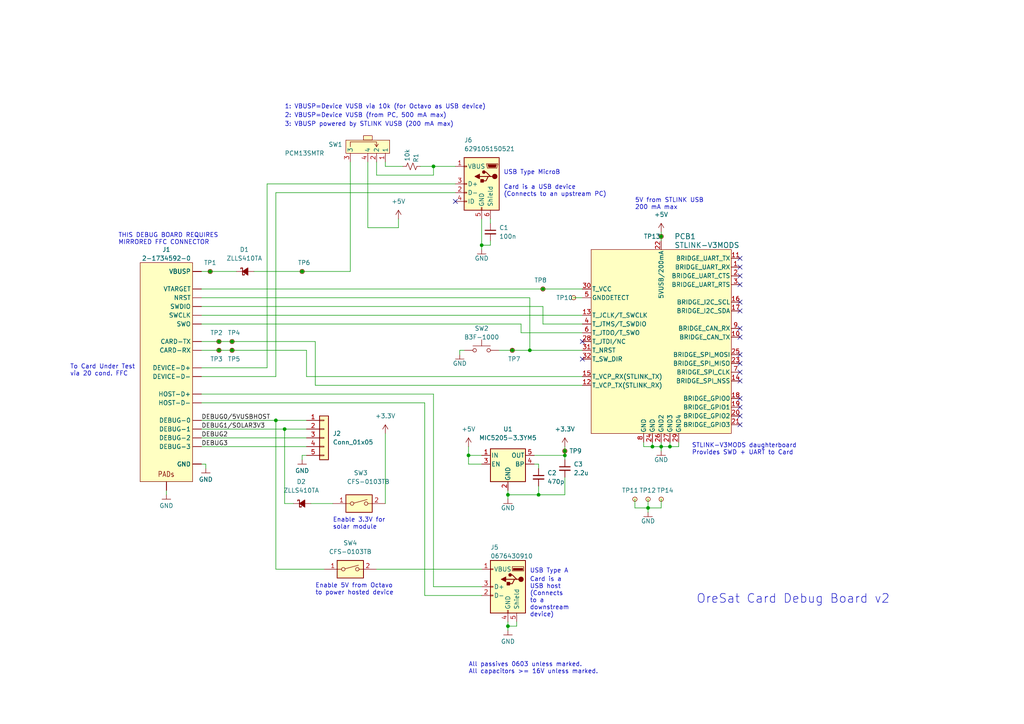
<source format=kicad_sch>
(kicad_sch (version 20211123) (generator eeschema)
  (paper "A4")
  (lib_symbols
    (symbol "Connector:USB_A" (pin_names (offset 1.016))
      (property "Reference" "J" (at -5.08 11.43 0))
      (property "Value" "USB_A" (at -5.08 8.89 0))
      (symbol "USB_A_0_1"
        (rectangle (start -5.08 -7.62) (end 5.08 7.62) (stroke (width 0.254)) (fill (type background)))
        (circle (center -3.81 2.159) (radius 0.635) (stroke (width 0.254)) (fill (type outline)))
        (rectangle (start -1.524 4.826) (end -4.318 5.334) (fill (type outline)))
        (rectangle (start -1.27 4.572) (end -4.572 5.842))
        (circle (center -0.635 3.429) (radius 0.381) (stroke (width 0.254)) (fill (type outline)))
        (rectangle (start -0.127 -7.62) (end 0.127 -6.858))
        (polyline (pts (xy -3.175 2.159) (xy -2.54 2.159) (xy -1.27 3.429) (xy -0.635 3.429)) (stroke (width 0.254)))
        (polyline (pts (xy -2.54 2.159) (xy -1.905 2.159) (xy -1.27 0.889) (xy 0 0.889)) (stroke (width 0.254)))
        (polyline (pts (xy 0.635 2.794) (xy 0.635 1.524) (xy 1.905 2.159) (xy 0.635 2.794)) (stroke (width 0.254)) (fill (type outline)))
        (rectangle (start 0.254 1.27) (end -0.508 0.508) (stroke (width 0.254)) (fill (type outline)))
        (rectangle (start 5.08 -2.667) (end 4.318 -2.413))
        (rectangle (start 5.08 -0.127) (end 4.318 0.127))
        (rectangle (start 5.08 4.953) (end 4.318 5.207))
      )
      (symbol "USB_A_1_1"
        (polyline (pts (xy -1.905 2.159) (xy 0.635 2.159)) (stroke (width 0.254)))
        (pin power_in line (at 7.62 5.08 180) (length 2.54) (name "VBUS") (number "1"))
        (pin bidirectional line (at 7.62 -2.54 180) (length 2.54) (name "D-") (number "2"))
        (pin bidirectional line (at 7.62 0 180) (length 2.54) (name "D+") (number "3"))
        (pin power_in line (at 0 -10.16 90) (length 2.54) (name "GND") (number "4"))
        (pin passive line (at -2.54 -10.16 90) (length 2.54) (name "Shield") (number "5"))
      )
    )
    (symbol "Connector:USB_B_Micro" (pin_names (offset 1.016))
      (property "Reference" "J" (at -5.08 11.43 0))
      (property "Value" "USB_B_Micro" (at -5.08 8.89 0))
      (symbol "USB_B_Micro_0_1"
        (rectangle (start -5.08 -7.62) (end 5.08 7.62) (stroke (width 0.254)) (fill (type background)))
        (circle (center -3.81 2.159) (radius 0.635) (stroke (width 0.254)) (fill (type outline)))
        (circle (center -0.635 3.429) (radius 0.381) (stroke (width 0.254)) (fill (type outline)))
        (rectangle (start -0.127 -7.62) (end 0.127 -6.858))
        (polyline (pts (xy -1.905 2.159) (xy 0.635 2.159)) (stroke (width 0.254)))
        (polyline (pts (xy -3.175 2.159) (xy -2.54 2.159) (xy -1.27 3.429) (xy -0.635 3.429)) (stroke (width 0.254)))
        (polyline (pts (xy -2.54 2.159) (xy -1.905 2.159) (xy -1.27 0.889) (xy 0 0.889)) (stroke (width 0.254)))
        (polyline (pts (xy 0.635 2.794) (xy 0.635 1.524) (xy 1.905 2.159) (xy 0.635 2.794)) (stroke (width 0.254)) (fill (type outline)))
        (polyline (pts (xy -4.318 5.588) (xy -1.778 5.588) (xy -2.032 4.826) (xy -4.064 4.826) (xy -4.318 5.588)) (fill (type outline)))
        (polyline (pts (xy -4.699 5.842) (xy -4.699 5.588) (xy -4.445 4.826) (xy -4.445 4.572) (xy -1.651 4.572) (xy -1.651 4.826) (xy -1.397 5.588) (xy -1.397 5.842) (xy -4.699 5.842)))
        (rectangle (start 0.254 1.27) (end -0.508 0.508) (stroke (width 0.254)) (fill (type outline)))
        (rectangle (start 5.08 -5.207) (end 4.318 -4.953))
        (rectangle (start 5.08 -2.667) (end 4.318 -2.413))
        (rectangle (start 5.08 -0.127) (end 4.318 0.127))
        (rectangle (start 5.08 4.953) (end 4.318 5.207))
      )
      (symbol "USB_B_Micro_1_1"
        (pin power_out line (at 7.62 5.08 180) (length 2.54) (name "VBUS") (number "1"))
        (pin bidirectional line (at 7.62 -2.54 180) (length 2.54) (name "D-") (number "2"))
        (pin bidirectional line (at 7.62 0 180) (length 2.54) (name "D+") (number "3"))
        (pin passive line (at 7.62 -5.08 180) (length 2.54) (name "ID") (number "4"))
        (pin power_out line (at 0 -10.16 90) (length 2.54) (name "GND") (number "5"))
        (pin passive line (at -2.54 -10.16 90) (length 2.54) (name "Shield") (number "6"))
      )
    )
    (symbol "Connector_Generic:Conn_01x05" (pin_names (offset 1.016) hide)
      (property "Reference" "J" (at 0 7.62 0))
      (property "Value" "Conn_01x05" (at 0 -7.62 0))
      (symbol "Conn_01x05_1_1"
        (rectangle (start -1.27 -4.953) (end 0 -5.207) (stroke (width 0.1524)))
        (rectangle (start -1.27 -2.413) (end 0 -2.667) (stroke (width 0.1524)))
        (rectangle (start -1.27 0.127) (end 0 -0.127) (stroke (width 0.1524)))
        (rectangle (start -1.27 2.667) (end 0 2.413) (stroke (width 0.1524)))
        (rectangle (start -1.27 5.207) (end 0 4.953) (stroke (width 0.1524)))
        (rectangle (start -1.27 6.35) (end 1.27 -6.35) (stroke (width 0.254)) (fill (type background)))
        (pin passive line (at -5.08 5.08 0) (length 3.81) (name "Pin_1") (number "1"))
        (pin passive line (at -5.08 2.54 0) (length 3.81) (name "Pin_2") (number "2"))
        (pin passive line (at -5.08 0 0) (length 3.81) (name "Pin_3") (number "3"))
        (pin passive line (at -5.08 -2.54 0) (length 3.81) (name "Pin_4") (number "4"))
        (pin passive line (at -5.08 -5.08 0) (length 3.81) (name "Pin_5") (number "5"))
      )
    )
    (symbol "Device:C_Small" (pin_numbers hide) (pin_names (offset 0.254) hide)
      (property "Reference" "C" (at 0.254 1.778 0))
      (property "Value" "C_Small" (at 0.254 -2.032 0))
      (symbol "C_Small_0_1"
        (polyline (pts (xy -1.524 -0.508) (xy 1.524 -0.508)) (stroke (width 0.3302)))
        (polyline (pts (xy -1.524 0.508) (xy 1.524 0.508)) (stroke (width 0.3048)))
      )
      (symbol "C_Small_1_1"
        (pin passive line (at 0 2.54 270) (length 2.032) (name "~") (number "1"))
        (pin passive line (at 0 -2.54 90) (length 2.032) (name "~") (number "2"))
      )
    )
    (symbol "Device:D_Schottky_Small_Filled" (pin_numbers hide) (pin_names (offset 0.254) hide)
      (property "Reference" "D" (at -1.27 2.032 0))
      (property "Value" "D_Schottky_Small_Filled" (at -7.112 -2.032 0))
      (symbol "D_Schottky_Small_Filled_0_1"
        (polyline (pts (xy -0.762 0) (xy 0.762 0)))
        (polyline (pts (xy 0.762 -1.016) (xy -0.762 0) (xy 0.762 1.016) (xy 0.762 -1.016)) (stroke (width 0.254)) (fill (type outline)))
        (polyline (pts (xy -1.27 0.762) (xy -1.27 1.016) (xy -0.762 1.016) (xy -0.762 -1.016) (xy -0.254 -1.016) (xy -0.254 -0.762)) (stroke (width 0.254)))
      )
      (symbol "D_Schottky_Small_Filled_1_1"
        (pin passive line (at -2.54 0 0) (length 1.778) (name "K") (number "1"))
        (pin passive line (at 2.54 0 180) (length 1.778) (name "A") (number "2"))
      )
    )
    (symbol "Device:R_Small_US" (pin_numbers hide) (pin_names (offset 0.254) hide)
      (property "Reference" "R" (at 0.762 0.508 0))
      (property "Value" "R_Small_US" (at 0.762 -1.016 0))
      (symbol "R_Small_US_1_1"
        (polyline (pts (xy 0 0) (xy 1.016 -0.381) (xy 0 -0.762) (xy -1.016 -1.143) (xy 0 -1.524)))
        (polyline (pts (xy 0 1.524) (xy 1.016 1.143) (xy 0 0.762) (xy -1.016 0.381) (xy 0 0)))
        (pin passive line (at 0 2.54 270) (length 1.016) (name "~") (number "1"))
        (pin passive line (at 0 -2.54 90) (length 1.016) (name "~") (number "2"))
      )
    )
    (symbol "Regulator_Linear:MIC5205-3.3YM5" (pin_names (offset 0.254))
      (property "Reference" "U" (at -3.81 5.715 0))
      (property "Value" "MIC5205-3.3YM5" (at 0 5.715 0))
      (symbol "MIC5205-3.3YM5_0_1"
        (rectangle (start -5.08 4.445) (end 5.08 -5.08) (stroke (width 0.254)) (fill (type background)))
      )
      (symbol "MIC5205-3.3YM5_1_1"
        (pin power_in line (at -7.62 2.54 0) (length 2.54) (name "IN") (number "1"))
        (pin power_in line (at 0 -7.62 90) (length 2.54) (name "GND") (number "2"))
        (pin input line (at -7.62 0 0) (length 2.54) (name "EN") (number "3"))
        (pin input line (at 7.62 0 180) (length 2.54) (name "BP") (number "4"))
        (pin power_out line (at 7.62 2.54 180) (length 2.54) (name "OUT") (number "5"))
      )
    )
    (symbol "Switch:SW_DIP_x01" (pin_names (offset 0) hide)
      (property "Reference" "SW" (at 0 3.81 0))
      (property "Value" "SW_DIP_x01" (at 0 -3.81 0))
      (symbol "SW_DIP_x01_0_0"
        (circle (center -2.032 0) (radius 0.508))
        (polyline (pts (xy -1.524 0.127) (xy 2.3622 1.1684)))
        (circle (center 2.032 0) (radius 0.508))
      )
      (symbol "SW_DIP_x01_0_1"
        (rectangle (start -3.81 2.54) (end 3.81 -2.54) (stroke (width 0.254)) (fill (type background)))
      )
      (symbol "SW_DIP_x01_1_1"
        (pin passive line (at -7.62 0 0) (length 5.08) (name "~") (number "1"))
        (pin passive line (at 7.62 0 180) (length 5.08) (name "~") (number "2"))
      )
    )
    (symbol "Switch:SW_Push" (pin_numbers hide) (pin_names (offset 1.016) hide)
      (property "Reference" "SW" (at 1.27 2.54 0))
      (property "Value" "SW_Push" (at 0 -1.524 0))
      (symbol "SW_Push_0_1"
        (circle (center -2.032 0) (radius 0.508))
        (polyline (pts (xy 0 1.27) (xy 0 3.048)))
        (polyline (pts (xy 2.54 1.27) (xy -2.54 1.27)))
        (circle (center 2.032 0) (radius 0.508))
        (pin passive line (at -5.08 0 0) (length 2.54) (name "1") (number "1"))
        (pin passive line (at 5.08 0 180) (length 2.54) (name "2") (number "2"))
      )
    )
    (symbol "oresat-connectors:J-TE-Debug-2-1734592-0"
      (property "Reference" "J" (at 0 35.56 0))
      (property "Value" "J-TE-Debug-2-1734592-0" (at 0 33.02 0))
      (symbol "J-TE-Debug-2-1734592-0_0_1"
        (rectangle (start -7.62 30.48) (end 7.62 -33.02) (fill (type background)))
      )
      (symbol "J-TE-Debug-2-1734592-0_1_0"
        (text "PADs" (at -2.54 -31.75 0) (effects (font (size 1.524 1.2954)) (justify left bottom)))
        (pin passive line (at 10.16 27.94 180) (length 2.54) (name "VBUSP") (number "1"))
        (pin passive line (at 10.16 20.32 180) (length 2.54) (name "NRST") (number "10"))
        (pin passive line (at 10.16 22.86 180) (length 2.54) (name "VTARGET") (number "11"))
        (pin passive line (at 10.16 5.08 180) (length 2.54) (name "CARD-RX") (number "12"))
        (pin passive line (at 10.16 7.62 180) (length 2.54) (name "CARD-TX") (number "13"))
        (pin passive line (at 10.16 17.78 180) (length 2.54) (name "SWDIO") (number "14"))
        (pin passive line (at 10.16 15.24 180) (length 2.54) (name "SWCLK") (number "15"))
        (pin passive line (at 10.16 12.7 180) (length 2.54) (name "SWO") (number "16"))
        (pin passive line (at 10.16 -15.24 180) (length 2.54) (name "DEBUG-0") (number "17"))
        (pin passive line (at 10.16 -17.78 180) (length 2.54) (name "DEBUG-1") (number "18"))
        (pin passive line (at 10.16 -20.32 180) (length 2.54) (name "DEBUG-2") (number "19"))
        (pin passive line (at 10.16 27.94 180) (length 2.54) (name "VBUSP") (number "2"))
        (pin passive line (at 10.16 -22.86 180) (length 2.54) (name "DEBUG-3") (number "20"))
        (pin passive line (at 10.16 -27.94 180) (length 2.54) (name "GND") (number "3"))
        (pin passive line (at 10.16 0 180) (length 2.54) (name "DEVICE-D+") (number "4"))
        (pin passive line (at 10.16 -2.54 180) (length 2.54) (name "DEVICE-D-") (number "5"))
        (pin passive line (at 10.16 -27.94 180) (length 2.54) (name "GND") (number "6"))
        (pin passive line (at 10.16 -7.62 180) (length 2.54) (name "HOST-D+") (number "7"))
        (pin passive line (at 10.16 -10.16 180) (length 2.54) (name "HOST-D-") (number "8"))
        (pin passive line (at 10.16 -27.94 180) (length 2.54) (name "GND") (number "9"))
        (pin passive line (at 0 -35.56 90) (length 2.54) (name "PAD") (number "PAD1"))
        (pin passive line (at 0 -35.56 90) (length 2.54) (name "PAD") (number "PAD2"))
      )
    )
    (symbol "oresat-misc:C&K PCM13SMTR" (pin_names (offset 0.254))
      (property "Reference" "SW" (at 7.62 1.27 0))
      (property "Value" "C&K PCM13SMTR" (at 7.62 -1.27 0))
      (symbol "C&K PCM13SMTR_0_1"
        (rectangle (start -6.35 1.27) (end 6.35 -2.54) (fill (type background)))
        (rectangle (start -1.27 2.54) (end 1.27 1.27) (fill (type background)))
      )
      (symbol "C&K PCM13SMTR_1_1"
        (polyline (pts (xy -2.54 -0.635) (xy -3.048 0.127)))
        (polyline (pts (xy -2.54 -0.635) (xy -2.032 0.127)))
        (polyline (pts (xy -2.54 -0.635) (xy -2.54 0.762) (xy 5.08 0.762) (xy 5.08 -0.635)))
        (pin passive line (at -5.08 -5.08 90) (length 2.54) (name "1") (number "1"))
        (pin passive line (at -2.54 -5.08 90) (length 2.54) (name "2") (number "2"))
        (pin passive line (at 5.08 -5.08 90) (length 2.54) (name "3") (number "3"))
        (pin passive line (at 0 -5.08 90) (length 2.54) (name "4") (number "4"))
      )
    )
    (symbol "oresat-misc:TestPoint-MinTH" (pin_numbers hide) (pin_names (offset 0.002) hide) (in_bom no)
      (property "Reference" "TP" (at 0 1.905 0))
      (symbol "TestPoint-MinTH_0_1"
        (circle (center 0 0) (radius 0.635) (fill (type background)))
      )
      (symbol "TestPoint-MinTH_1_1"
        (pin passive line (at 0 0 90) (length 0) (name "1") (number "1"))
      )
    )
    (symbol "oresat-pcbs:STLINK-V3MODS" (pin_names (offset 0.254))
      (property "Reference" "PCB" (at 12.7 30.48 0))
      (property "Value" "STLINK-V3MODS" (at 15.24 27.94 0))
      (symbol "STLINK-V3MODS_1_1"
        (rectangle (start -20.32 26.67) (end 20.32 -26.67) (fill (type background)))
        (pin power_in line (at 22.86 21.59 180) (length 2.54) (name "BRIDGE_UART_RX") (number "1"))
        (pin output line (at 22.86 1.27 180) (length 2.54) (name "BRIDGE_CAN_TX") (number "10"))
        (pin output line (at 22.86 24.13 180) (length 2.54) (name "BRIDGE_UART_TX") (number "11"))
        (pin input line (at -22.86 -12.7 0) (length 2.54) (name "T_VCP_TX(STLINK_RX)") (number "12"))
        (pin output line (at -22.86 7.62 0) (length 2.54) (name "T_JCLK/T_SWCLK") (number "13"))
        (pin bidirectional line (at 22.86 -11.43 180) (length 2.54) (name "BRIDGE_SPI_NSS") (number "14"))
        (pin output line (at -22.86 -10.16 0) (length 2.54) (name "T_VCP_RX(STLINK_TX)") (number "15"))
        (pin output line (at 22.86 11.43 180) (length 2.54) (name "BRIDGE_I2C_SCL") (number "16"))
        (pin bidirectional line (at 22.86 8.89 180) (length 2.54) (name "BRIDGE_I2C_SDA") (number "17"))
        (pin bidirectional line (at 22.86 -16.51 180) (length 2.54) (name "BRIDGE_GPIO0") (number "18"))
        (pin bidirectional line (at 22.86 -19.05 180) (length 2.54) (name "BRIDGE_GPIO1") (number "19"))
        (pin input line (at 22.86 19.05 180) (length 2.54) (name "BRIDGE_UART_CTS") (number "2"))
        (pin bidirectional line (at 22.86 -21.59 180) (length 2.54) (name "BRIDGE_GPIO2") (number "20"))
        (pin bidirectional line (at 22.86 -24.13 180) (length 2.54) (name "BRIDGE_GPIO3") (number "21"))
        (pin power_out line (at 0 29.21 270) (length 2.54) (name "5VUSB/200mA") (number "22"))
        (pin bidirectional line (at 22.86 -6.35 180) (length 2.54) (name "BRIDGE_SPI_MISO") (number "23"))
        (pin power_in line (at -2.54 -29.21 90) (length 2.54) (name "GND") (number "24"))
        (pin bidirectional line (at 22.86 -3.81 180) (length 2.54) (name "BRIDGE_SPI_MOSI") (number "25"))
        (pin power_in line (at 0 -29.21 90) (length 2.54) (name "GND2") (number "26"))
        (pin power_in line (at 2.54 -29.21 90) (length 2.54) (name "GND3") (number "27"))
        (pin output line (at -22.86 0 0) (length 2.54) (name "T_JTDI/NC") (number "28"))
        (pin power_in line (at 5.08 -29.21 90) (length 2.54) (name "GND4") (number "29"))
        (pin output line (at 22.86 16.51 180) (length 2.54) (name "BRIDGE_UART_RTS") (number "3"))
        (pin power_in line (at -22.86 15.24 0) (length 2.54) (name "T_VCC") (number "30"))
        (pin output line (at -22.86 -2.54 0) (length 2.54) (name "T_NRST") (number "31"))
        (pin output line (at -22.86 -5.08 0) (length 2.54) (name "T_SW_DIR") (number "32"))
        (pin bidirectional line (at -22.86 5.08 0) (length 2.54) (name "T_JTMS/T_SWDIO") (number "4"))
        (pin power_out line (at -22.86 12.7 0) (length 2.54) (name "GNDDETECT") (number "5"))
        (pin input line (at -22.86 2.54 0) (length 2.54) (name "T_JTDO/T_SWO") (number "6"))
        (pin bidirectional line (at 22.86 -8.89 180) (length 2.54) (name "BRIDGE_SPI_CLK") (number "7"))
        (pin power_in line (at -5.08 -29.21 90) (length 2.54) (name "GND") (number "8"))
        (pin input line (at 22.86 3.81 180) (length 2.54) (name "BRIDGE_CAN_RX") (number "9"))
      )
    )
    (symbol "oresat-power:GND" (power) (pin_names (offset 0))
      (property "Value" "GND" (at 0 -2.54 0))
      (symbol "GND_0_1"
        (polyline (pts (xy 0 0) (xy 0 -1.27) (xy 1.27 -1.27) (xy 0 -1.27) (xy -1.27 -1.27) (xy 0 -1.27)))
      )
      (symbol "GND_1_1"
        (pin power_in line (at 0 0 270) (length 0) hide (name "GND") (number "1"))
      )
    )
    (symbol "power:+3.3V" (power) (pin_names (offset 0))
      (property "Value" "+3.3V" (at 0 3.556 0))
      (symbol "+3.3V_0_1"
        (polyline (pts (xy -0.762 1.27) (xy 0 2.54)))
        (polyline (pts (xy 0 0) (xy 0 2.54)))
        (polyline (pts (xy 0 2.54) (xy 0.762 1.27)))
      )
      (symbol "+3.3V_1_1"
        (pin power_in line (at 0 0 90) (length 0) hide (name "+3.3V") (number "1"))
      )
    )
    (symbol "power:+5V" (power) (pin_names (offset 0))
      (property "Value" "+5V" (at 0 3.556 0))
      (symbol "+5V_0_1"
        (polyline (pts (xy -0.762 1.27) (xy 0 2.54)))
        (polyline (pts (xy 0 0) (xy 0 2.54)))
        (polyline (pts (xy 0 2.54) (xy 0.762 1.27)))
      )
      (symbol "+5V_1_1"
        (pin power_in line (at 0 0 90) (length 0) hide (name "+5V") (number "1"))
      )
    )
  )
  (junction (at 67.31 101.6))
  (junction (at 147.32 143.51))
  (junction (at 87.63 78.74))
  (junction (at 60.96 78.74))
  (junction (at 187.96 147.32))
  (junction (at 147.32 181.61))
  (junction (at 157.48 83.82))
  (junction (at 191.77 129.54))
  (junction (at 67.31 99.06))
  (junction (at 153.67 101.6))
  (junction (at 125.73 48.26))
  (junction (at 148.59 101.6))
  (junction (at 63.5 99.06))
  (junction (at 80.01 121.92))
  (junction (at 194.31 129.54))
  (junction (at 135.89 132.08))
  (junction (at 189.23 129.54))
  (junction (at 139.7 71.12))
  (junction (at 63.5 101.6))
  (junction (at 82.55 124.46))
  (junction (at 156.21 143.51))
  (junction (at 191.77 68.58))
  (junction (at 163.83 130.81))
  (junction (at 163.83 132.08))
  (no_connect (at 214.63 95.25))
  (no_connect (at 214.63 120.65))
  (no_connect (at 214.63 102.87))
  (no_connect (at 214.63 74.93))
  (no_connect (at 214.63 97.79))
  (no_connect (at 214.63 115.57))
  (no_connect (at 214.63 82.55))
  (no_connect (at 214.63 123.19))
  (no_connect (at 214.63 105.41))
  (no_connect (at 214.63 90.17))
  (no_connect (at 168.91 104.14))
  (no_connect (at 214.63 107.95))
  (no_connect (at 214.63 87.63))
  (no_connect (at 168.91 99.06))
  (no_connect (at 214.63 80.01))
  (no_connect (at 214.63 118.11))
  (no_connect (at 132.08 58.42))
  (no_connect (at 214.63 110.49))
  (no_connect (at 214.63 77.47))
  (wire (pts (xy 115.57 63.5) (xy 115.57 66.04)))
  (wire (pts (xy 147.32 180.34) (xy 147.32 181.61)))
  (wire (pts (xy 139.7 134.62) (xy 135.89 134.62)))
  (wire (pts (xy 125.73 50.8) (xy 125.73 48.26)))
  (wire (pts (xy 191.77 128.27) (xy 191.77 129.54)))
  (wire (pts (xy 111.76 125.73) (xy 111.76 146.05)))
  (wire (pts (xy 67.31 99.06) (xy 91.44 99.06)))
  (wire (pts (xy 106.68 46.99) (xy 106.68 66.04)))
  (wire (pts (xy 163.83 138.43) (xy 163.83 143.51)))
  (wire (pts (xy 163.83 129.54) (xy 163.83 130.81)))
  (wire (pts (xy 60.96 78.74) (xy 68.58 78.74)))
  (wire (pts (xy 58.42 83.82) (xy 157.48 83.82)))
  (wire (pts (xy 82.55 124.46) (xy 88.9 124.46)))
  (wire (pts (xy 48.26 142.24) (xy 48.26 143.51)))
  (wire (pts (xy 142.24 69.85) (xy 142.24 71.12)))
  (wire (pts (xy 123.19 116.84) (xy 58.42 116.84)))
  (wire (pts (xy 123.19 116.84) (xy 123.19 172.72)))
  (wire (pts (xy 58.42 86.36) (xy 153.67 86.36)))
  (wire (pts (xy 88.9 101.6) (xy 67.31 101.6)))
  (wire (pts (xy 125.73 114.3) (xy 125.73 170.18)))
  (wire (pts (xy 88.9 109.22) (xy 88.9 101.6)))
  (wire (pts (xy 156.21 140.97) (xy 156.21 143.51)))
  (wire (pts (xy 154.94 132.08) (xy 163.83 132.08)))
  (wire (pts (xy 58.42 78.74) (xy 60.96 78.74)))
  (wire (pts (xy 111.76 48.26) (xy 111.76 46.99)))
  (wire (pts (xy 134.62 101.6) (xy 133.35 101.6)))
  (wire (pts (xy 133.35 101.6) (xy 133.35 102.87)))
  (wire (pts (xy 135.89 134.62) (xy 135.89 132.08)))
  (wire (pts (xy 147.32 143.51) (xy 156.21 143.51)))
  (wire (pts (xy 157.48 83.82) (xy 168.91 83.82)))
  (wire (pts (xy 147.32 181.61) (xy 147.32 182.88)))
  (wire (pts (xy 58.42 129.54) (xy 88.9 129.54)))
  (wire (pts (xy 186.69 129.54) (xy 189.23 129.54)))
  (wire (pts (xy 147.32 142.24) (xy 147.32 143.51)))
  (wire (pts (xy 58.42 93.98) (xy 151.13 93.98)))
  (wire (pts (xy 156.21 135.89) (xy 156.21 134.62)))
  (wire (pts (xy 63.5 101.6) (xy 58.42 101.6)))
  (wire (pts (xy 58.42 114.3) (xy 125.73 114.3)))
  (wire (pts (xy 157.48 93.98) (xy 168.91 93.98)))
  (wire (pts (xy 135.89 129.54) (xy 135.89 132.08)))
  (wire (pts (xy 58.42 88.9) (xy 157.48 88.9)))
  (wire (pts (xy 184.15 147.32) (xy 187.96 147.32)))
  (wire (pts (xy 109.22 46.99) (xy 109.22 50.8)))
  (wire (pts (xy 109.22 165.1) (xy 139.7 165.1)))
  (wire (pts (xy 101.6 46.99) (xy 101.6 78.74)))
  (wire (pts (xy 148.59 101.6) (xy 153.67 101.6)))
  (wire (pts (xy 125.73 48.26) (xy 121.92 48.26)))
  (wire (pts (xy 135.89 132.08) (xy 139.7 132.08)))
  (wire (pts (xy 163.83 130.81) (xy 163.83 132.08)))
  (wire (pts (xy 67.31 101.6) (xy 63.5 101.6)))
  (wire (pts (xy 73.66 78.74) (xy 87.63 78.74)))
  (wire (pts (xy 191.77 144.78) (xy 191.77 147.32)))
  (wire (pts (xy 77.47 106.68) (xy 77.47 53.34)))
  (wire (pts (xy 87.63 78.74) (xy 101.6 78.74)))
  (wire (pts (xy 186.69 128.27) (xy 186.69 129.54)))
  (wire (pts (xy 58.42 121.92) (xy 80.01 121.92)))
  (wire (pts (xy 80.01 165.1) (xy 93.98 165.1)))
  (wire (pts (xy 139.7 172.72) (xy 123.19 172.72)))
  (wire (pts (xy 184.15 144.78) (xy 184.15 147.32)))
  (wire (pts (xy 87.63 132.08) (xy 87.63 133.35)))
  (wire (pts (xy 166.37 86.36) (xy 168.91 86.36)))
  (wire (pts (xy 80.01 121.92) (xy 88.9 121.92)))
  (wire (pts (xy 82.55 146.05) (xy 85.09 146.05)))
  (wire (pts (xy 125.73 170.18) (xy 139.7 170.18)))
  (wire (pts (xy 147.32 181.61) (xy 149.86 181.61)))
  (wire (pts (xy 58.42 106.68) (xy 77.47 106.68)))
  (wire (pts (xy 77.47 53.34) (xy 132.08 53.34)))
  (wire (pts (xy 139.7 71.12) (xy 139.7 72.39)))
  (wire (pts (xy 91.44 99.06) (xy 91.44 111.76)))
  (wire (pts (xy 194.31 128.27) (xy 194.31 129.54)))
  (wire (pts (xy 163.83 143.51) (xy 156.21 143.51)))
  (wire (pts (xy 151.13 93.98) (xy 151.13 96.52)))
  (wire (pts (xy 132.08 55.88) (xy 80.01 55.88)))
  (wire (pts (xy 187.96 147.32) (xy 187.96 148.59)))
  (wire (pts (xy 149.86 180.34) (xy 149.86 181.61)))
  (wire (pts (xy 191.77 67.31) (xy 191.77 68.58)))
  (wire (pts (xy 91.44 111.76) (xy 168.91 111.76)))
  (wire (pts (xy 58.42 134.62) (xy 59.69 134.62)))
  (wire (pts (xy 58.42 91.44) (xy 168.91 91.44)))
  (wire (pts (xy 153.67 86.36) (xy 153.67 101.6)))
  (wire (pts (xy 142.24 63.5) (xy 142.24 64.77)))
  (wire (pts (xy 90.17 146.05) (xy 96.52 146.05)))
  (wire (pts (xy 80.01 55.88) (xy 80.01 109.22)))
  (wire (pts (xy 187.96 147.32) (xy 191.77 147.32)))
  (wire (pts (xy 116.84 48.26) (xy 111.76 48.26)))
  (wire (pts (xy 58.42 124.46) (xy 82.55 124.46)))
  (wire (pts (xy 157.48 88.9) (xy 157.48 93.98)))
  (wire (pts (xy 82.55 124.46) (xy 82.55 146.05)))
  (wire (pts (xy 196.85 128.27) (xy 196.85 129.54)))
  (wire (pts (xy 58.42 99.06) (xy 63.5 99.06)))
  (wire (pts (xy 58.42 127) (xy 88.9 127)))
  (wire (pts (xy 88.9 109.22) (xy 168.91 109.22)))
  (wire (pts (xy 191.77 68.58) (xy 191.77 69.85)))
  (wire (pts (xy 147.32 143.51) (xy 147.32 144.78)))
  (wire (pts (xy 125.73 48.26) (xy 132.08 48.26)))
  (wire (pts (xy 106.68 66.04) (xy 115.57 66.04)))
  (wire (pts (xy 163.83 132.08) (xy 163.83 133.35)))
  (wire (pts (xy 191.77 129.54) (xy 191.77 130.81)))
  (wire (pts (xy 142.24 71.12) (xy 139.7 71.12)))
  (wire (pts (xy 191.77 129.54) (xy 194.31 129.54)))
  (wire (pts (xy 189.23 128.27) (xy 189.23 129.54)))
  (wire (pts (xy 153.67 101.6) (xy 168.91 101.6)))
  (wire (pts (xy 80.01 109.22) (xy 58.42 109.22)))
  (wire (pts (xy 80.01 121.92) (xy 80.01 165.1)))
  (wire (pts (xy 109.22 50.8) (xy 125.73 50.8)))
  (wire (pts (xy 187.96 144.78) (xy 187.96 147.32)))
  (wire (pts (xy 154.94 134.62) (xy 156.21 134.62)))
  (wire (pts (xy 59.69 134.62) (xy 59.69 135.89)))
  (wire (pts (xy 63.5 99.06) (xy 67.31 99.06)))
  (wire (pts (xy 194.31 129.54) (xy 196.85 129.54)))
  (wire (pts (xy 139.7 63.5) (xy 139.7 71.12)))
  (wire (pts (xy 88.9 132.08) (xy 87.63 132.08)))
  (wire (pts (xy 189.23 129.54) (xy 191.77 129.54)))
  (wire (pts (xy 144.78 101.6) (xy 148.59 101.6)))
  (wire (pts (xy 151.13 96.52) (xy 168.91 96.52)))
  (text "Enable 3.3V for\nsolar module" (at 96.52 153.67 0) (effects (font (size 1.27 1.27)) (justify left bottom)))
  (text "2: VBUSP=Device VUSB (from PC, 500 mA max)" (at 82.55 34.29 0) (effects (font (size 1.27 1.27)) (justify left bottom)))
  (text "USB Type MicroB" (at 146.05 50.8 0) (effects (font (size 1.27 1.27)) (justify left bottom)))
  (text "To Card Under Test\nvia 20 cond. FFC" (at 20.32 109.22 0) (effects (font (size 1.27 1.27)) (justify left bottom)))
  (text "OreSat Card Debug Board v2" (at 201.93 175.26 0) (effects (font (size 2.54 2.54)) (justify left bottom)))
  (text "USB Type A" (at 153.67 166.37 0) (effects (font (size 1.27 1.27)) (justify left bottom)))
  (text "Card is a\nUSB host\n(Connects \nto a \ndownstream \ndevice)\n" (at 153.67 179.07 0) (effects (font (size 1.27 1.27)) (justify left bottom)))
  (text "All passives 0603 unless marked.\nAll capacitors >= 16V unless marked." (at 135.89 195.58 0) (effects (font (size 1.27 1.27)) (justify left bottom)))
  (text "THIS DEBUG BOARD REQUIRES\nMIRRORED FFC CONNECTOR" (at 34.29 71.12 0) (effects (font (size 1.27 1.27)) (justify left bottom)))
  (text "5V from STLINK USB\n200 mA max" (at 184.15 60.96 0) (effects (font (size 1.27 1.27)) (justify left bottom)))
  (text "1: VBUSP=Device VUSB via 10k (for Octavo as USB device)" (at 82.55 31.75 0) (effects (font (size 1.27 1.27)) (justify left bottom)))
  (text "Card is a USB device\n(Connects to an upstream PC)\n" (at 146.05 57.15 0) (effects (font (size 1.27 1.27)) (justify left bottom)))
  (text "STLINK-V3MODS daughterboard\nProvides SWD + UART to Card" (at 200.66 132.08 0) (effects (font (size 1.27 1.27)) (justify left bottom)))
  (text "3: VBUSP powered by STLINK VUSB (200 mA max)" (at 82.55 36.83 0) (effects (font (size 1.27 1.27)) (justify left bottom)))
  (text "Enable 5V from Octavo\nto power hosted device" (at 91.44 172.72 0) (effects (font (size 1.27 1.27)) (justify left bottom)))
  (label "DEBUG2" (at 58.42 127 0))
  (label "DEBUG1{slash}SOLAR3V3" (at 58.42 124.46 0))
  (label "DEBUG3" (at 58.42 129.54 0))
  (label "DEBUG0{slash}5VUSBHOST" (at 58.42 121.92 0))
  (symbol (lib_id "Switch:SW_Push") (at 139.7 101.6 0) (unit 1)
    (property "Reference" "SW2" (at 139.7 95.25 0))
    (property "Value" "B3F-1000" (at 139.7 97.79 0))
    (property "Footprint" "Button_Switch_THT:SW_PUSH_6mm" (effects hide))
    (property "Datasheet" "https://omronfs.omron.com/en_US/ecb/products/pdf/en-b3f.pdf" (effects hide))
    (property "MPN" "Omron Electronics" (effects hide))
    (property "MFR" "B3F-1000" (effects hide))
  )
  (symbol (lib_id "oresat-power:GND") (at 48.26 143.51 0) (unit 1)
    (property "Reference" "#GND01" (effects hide))
    (property "Value" "GND" (at 48.26 146.685 0))
  )
  (symbol (lib_id "oresat-misc:TestPoint-MinTH") (at 63.5 101.6 0) (unit 1) (in_bom no)
    (property "Reference" "TP3" (at 60.96 104.14 0) (effects (justify left)))
    (property "Value" "TestPoint-MinTH" (effects hide))
    (property "Footprint" "oresat-misc:TestPoint-MinTH" (effects hide))
  )
  (symbol (lib_id "Device:D_Schottky_Small_Filled") (at 71.12 78.74 0) (unit 1)
    (property "Reference" "D1" (at 70.866 72.39 0))
    (property "Value" "ZLLS410TA" (at 70.866 74.93 0))
    (property "Footprint" "Diode_SMD:D_SOD-323" (effects hide))
    (property "Datasheet" "https://www.diodes.com/assets/Datasheets/ZLLS410.pdf" (effects hide))
    (property "MPN" "Diodes Inc" (effects hide))
    (property "MFR" "ZLLS410TA" (effects hide))
  )
  (symbol (lib_id "Device:C_Small") (at 163.83 135.89 0) (unit 1)
    (property "Reference" "C3" (at 166.37 134.6262 0) (effects (justify left)))
    (property "Value" "2.2u" (at 166.37 137.1662 0) (effects (justify left)))
    (property "Footprint" "Capacitor_SMD:C_0603_1608Metric" (effects hide))
  )
  (symbol (lib_id "oresat-misc:TestPoint-MinTH") (at 187.96 144.78 0) (unit 1) (in_bom no)
    (property "Reference" "TP12" (at 185.42 142.24 0) (effects (justify left)))
    (property "Value" "TestPoint-MinTH" (effects hide))
    (property "Footprint" "oresat-misc:TestPoint-MinTH" (effects hide))
  )
  (symbol (lib_id "oresat-power:GND") (at 147.32 144.78 0) (unit 1)
    (property "Reference" "#GND07" (effects hide))
    (property "Value" "GND" (at 147.32 147.32 0))
  )
  (symbol (lib_id "oresat-misc:TestPoint-MinTH") (at 184.15 144.78 0) (unit 1) (in_bom no)
    (property "Reference" "TP11" (at 180.34 142.24 0) (effects (justify left)))
    (property "Value" "TestPoint-MinTH" (effects hide))
    (property "Footprint" "oresat-misc:TestPoint-MinTH" (effects hide))
  )
  (symbol (lib_id "oresat-misc:TestPoint-MinTH") (at 191.77 68.58 0) (unit 1) (in_bom no)
    (property "Reference" "TP13" (at 186.69 68.58 0) (effects (justify left)))
    (property "Value" "TestPoint-MinTH" (effects hide))
    (property "Footprint" "oresat-misc:TestPoint-MinTH" (effects hide))
  )
  (symbol (lib_id "power:+3.3V") (at 163.83 129.54 0) (unit 1)
    (property "Reference" "#PWR03" (effects hide))
    (property "Value" "+3.3V" (at 163.83 124.46 0))
  )
  (symbol (lib_id "oresat-power:GND") (at 191.77 130.81 0) (unit 1)
    (property "Reference" "#GND06" (effects hide))
    (property "Value" "GND" (at 191.77 133.35 0))
  )
  (symbol (lib_id "Switch:SW_DIP_x01") (at 104.14 146.05 0) (unit 1)
    (property "Reference" "SW3" (at 106.68 137.16 0) (effects (justify right)))
    (property "Value" "CFS-0103TB" (at 113.03 139.7 0) (effects (justify right)))
    (property "Footprint" "Button_Switch_SMD:SW_DIP_SPSTx01_Slide_Copal_CHS-01B_W7.62mm_P1.27mm" (effects hide))
    (property "Datasheet" "https://www.nidec-copal-electronics.com/e/catalog/switch/cfs.pdf" (effects hide))
    (property "MFR" "Nidec Copal Electronics" (effects hide))
    (property "MPN" "CFS-0103TB" (effects hide))
  )
  (symbol (lib_id "oresat-misc:TestPoint-MinTH") (at 67.31 101.6 0) (unit 1) (in_bom no)
    (property "Reference" "TP5" (at 66.04 104.14 0) (effects (justify left)))
    (property "Value" "TestPoint-MinTH" (effects hide))
    (property "Footprint" "oresat-misc:TestPoint-MinTH" (effects hide))
  )
  (symbol (lib_id "oresat-misc:TestPoint-MinTH") (at 166.37 86.36 0) (unit 1) (in_bom no)
    (property "Reference" "TP10" (at 161.29 86.36 0) (effects (justify left)))
    (property "Value" "TestPoint-MinTH" (effects hide))
    (property "Footprint" "oresat-misc:TestPoint-MinTH" (effects hide))
  )
  (symbol (lib_id "Device:C_Small") (at 142.24 67.31 0) (unit 1)
    (property "Reference" "C1" (at 144.78 66.0462 0) (effects (justify left)))
    (property "Value" "100n" (at 144.78 68.5862 0) (effects (justify left)))
    (property "Footprint" "Capacitor_SMD:C_0603_1608Metric" (effects hide))
  )
  (symbol (lib_id "power:+5V") (at 135.89 129.54 0) (unit 1)
    (property "Reference" "#PWR04" (effects hide))
    (property "Value" "+5V" (at 135.89 124.46 0))
  )
  (symbol (lib_id "Connector:USB_B_Micro") (at 139.7 53.34 0) (mirror y) (unit 1)
    (property "Reference" "J6" (at 134.62 40.64 0) (effects (justify right)))
    (property "Value" "629105150521" (at 134.62 43.18 0) (effects (justify right)))
    (property "Footprint" "Connector_USB:USB_Micro-B_Wuerth_629105150521_CircularHoles" (effects hide))
    (property "Datasheet" "https://www.we-online.com/katalog/datasheet/629105150521.pdf" (effects hide))
    (property "MFR" "Würth Elektronik" (effects hide))
    (property "MPN" "629105150521" (effects hide))
  )
  (symbol (lib_id "oresat-misc:TestPoint-MinTH") (at 87.63 78.74 0) (unit 1) (in_bom no)
    (property "Reference" "TP6" (at 86.36 76.2 0) (effects (justify left)))
    (property "Value" "TestPoint-MinTH" (effects hide))
    (property "Footprint" "oresat-misc:TestPoint-MinTH" (effects hide))
  )
  (symbol (lib_id "oresat-power:GND") (at 133.35 102.87 0) (unit 1)
    (property "Reference" "#GND03" (effects hide))
    (property "Value" "GND" (at 133.35 105.41 0))
  )
  (symbol (lib_id "oresat-pcbs:STLINK-V3MODS") (at 191.77 99.06 0) (unit 1)
    (property "Reference" "PCB1" (at 195.58 68.58 0) (effects (font (size 1.524 1.524)) (justify left)))
    (property "Value" "STLINK-V3MODS" (at 195.58 71.12 0) (effects (font (size 1.524 1.524)) (justify left)))
    (property "Footprint" "oresat-pcbs:STLINK-V3MOS" (effects hide))
    (property "Datasheet" "https://www.st.com/resource/en/user_manual/um2502-stlinkv3mods-and-stlinkv3mini-debuggerprogrammer-tiny-probes-for-stm32-microcontrollers-stmicroelectronics.pdf" (effects hide))
    (property "MFR" "ST Microelectronics" (effects hide))
    (property "MPN" "STLINK-V3MODS" (effects hide))
  )
  (symbol (lib_id "oresat-power:GND") (at 139.7 72.39 0) (unit 1)
    (property "Reference" "#GND05" (effects hide))
    (property "Value" "GND" (at 139.7 74.93 0))
  )
  (symbol (lib_id "oresat-misc:TestPoint-MinTH") (at 60.96 78.74 90) (unit 1) (in_bom no)
    (property "Reference" "TP1" (at 60.96 76.2 90))
    (property "Value" "TestPoint-MinTH" (effects hide))
    (property "Footprint" "oresat-misc:TestPoint-MinTH" (effects hide))
  )
  (symbol (lib_id "Device:C_Small") (at 156.21 138.43 0) (unit 1)
    (property "Reference" "C2" (at 158.75 137.1662 0) (effects (justify left)))
    (property "Value" "470p" (at 158.75 139.7062 0) (effects (justify left)))
    (property "Footprint" "Capacitor_SMD:C_0603_1608Metric" (effects hide))
  )
  (symbol (lib_id "oresat-misc:C&K PCM13SMTR") (at 106.68 41.91 0) (mirror y) (unit 1)
    (property "Reference" "SW1" (at 95.25 41.91 0) (effects (justify right)))
    (property "Value" "PCM13SMTR" (at 82.55 44.45 0) (effects (justify right)))
    (property "Footprint" "oresat-misc:SW-CK-PCM13SMTR" (effects hide))
    (property "Datasheet" "https://www.ckswitches.com/media/1424/pcm.pdf" (effects hide))
    (property "MFR" "C&K" (effects hide))
    (property "MPN" "PCM13SMTR" (effects hide))
  )
  (symbol (lib_id "oresat-misc:TestPoint-MinTH") (at 148.59 101.6 0) (unit 1) (in_bom no)
    (property "Reference" "TP7" (at 147.32 104.14 0) (effects (justify left)))
    (property "Value" "TestPoint-MinTH" (effects hide))
    (property "Footprint" "oresat-misc:TestPoint-MinTH" (effects hide))
  )
  (symbol (lib_id "oresat-power:GND") (at 187.96 148.59 0) (unit 1)
    (property "Reference" "#GND09" (effects hide))
    (property "Value" "GND" (at 187.96 151.13 0))
  )
  (symbol (lib_id "Connector:USB_A") (at 147.32 170.18 0) (mirror y) (unit 1)
    (property "Reference" "J5" (at 142.24 158.75 0) (effects (justify right)))
    (property "Value" "0676430910" (at 142.24 161.29 0) (effects (justify right)))
    (property "Footprint" "Connector_USB:USB_A_Molex_67643_Horizontal" (effects hide))
    (property "Datasheet" "https://www.molex.com/pdm_docs/sd/676430910_sd.pdf" (effects hide))
    (property "MFR" "Molex" (effects hide))
    (property "MPN" "0676430910" (effects hide))
  )
  (symbol (lib_id "oresat-power:GND") (at 87.63 133.35 0) (unit 1)
    (property "Reference" "#GND08" (effects hide))
    (property "Value" "GND" (at 87.63 136.525 0))
  )
  (symbol (lib_id "oresat-misc:TestPoint-MinTH") (at 191.77 144.78 0) (unit 1) (in_bom no)
    (property "Reference" "TP14" (at 190.5 142.24 0) (effects (justify left)))
    (property "Value" "TestPoint-MinTH" (effects hide))
    (property "Footprint" "oresat-misc:TestPoint-MinTH" (effects hide))
  )
  (symbol (lib_id "power:+5V") (at 115.57 63.5 0) (unit 1)
    (property "Reference" "#PWR0101" (effects hide))
    (property "Value" "+5V" (at 115.57 58.42 0))
  )
  (symbol (lib_id "power:+5V") (at 191.77 67.31 0) (unit 1)
    (property "Reference" "#PWR02" (effects hide))
    (property "Value" "+5V" (at 191.77 62.23 0))
  )
  (symbol (lib_id "oresat-power:GND") (at 147.32 182.88 0) (unit 1)
    (property "Reference" "#GND04" (effects hide))
    (property "Value" "GND" (at 147.32 186.055 0))
  )
  (symbol (lib_id "oresat-misc:TestPoint-MinTH") (at 163.83 130.81 0) (unit 1) (in_bom no)
    (property "Reference" "TP9" (at 165.1 130.8099 0) (effects (justify left)))
    (property "Value" "TestPoint-MinTH" (effects hide))
    (property "Footprint" "oresat-misc:TestPoint-MinTH" (effects hide))
  )
  (symbol (lib_id "oresat-power:GND") (at 59.69 135.89 0) (unit 1)
    (property "Reference" "#GND02" (effects hide))
    (property "Value" "GND" (at 59.69 139.065 0))
  )
  (symbol (lib_id "Regulator_Linear:MIC5205-3.3YM5") (at 147.32 134.62 0) (unit 1)
    (property "Reference" "U1" (at 147.32 124.46 0))
    (property "Value" "MIC5205-3.3YM5" (at 147.32 127 0))
    (property "Footprint" "Package_TO_SOT_SMD:SOT-23-5" (effects hide))
    (property "Datasheet" "http://ww1.microchip.com/downloads/en/DeviceDoc/20005785A.pdf" (effects hide))
    (property "MFR" "Microchip Technology" (effects hide))
    (property "MPN" "MIC5205-3.3YM5-TR" (effects hide))
  )
  (symbol (lib_id "Device:R_Small_US") (at 119.38 48.26 270) (unit 1)
    (property "Reference" "R1" (at 120.65 44.45 0) (effects (justify left)))
    (property "Value" "10k" (at 118.11 43.18 0) (effects (justify left)))
    (property "Footprint" "Resistor_SMD:R_0603_1608Metric" (effects hide))
  )
  (symbol (lib_id "oresat-connectors:J-TE-Debug-2-1734592-0") (at 48.26 106.68 0) (unit 1)
    (property "Reference" "J1" (at 48.26 72.39 0))
    (property "Value" " 2-1734592-0" (at 48.26 74.93 0))
    (property "Footprint" "oresat-connectors:J-TE_2-1734592-0_FFC_MIRRORED" (effects hide))
    (property "Datasheet" "https://www.te.com/commerce/DocumentDelivery/DDEController?Action=srchrtrv&DocNm=1734592&DocType=Customer+Drawing&DocLang=English&DocFormat=pdf&PartCntxt=2-1734592-0" (effects hide))
    (property "MFR" "TE Connectivity" (effects hide))
    (property "MPN" "2-1734592-0" (effects hide))
  )
  (symbol (lib_id "oresat-misc:TestPoint-MinTH") (at 63.5 99.06 0) (unit 1) (in_bom no)
    (property "Reference" "TP2" (at 60.96 96.52 0) (effects (justify left)))
    (property "Value" "TestPoint-MinTH" (effects hide))
    (property "Footprint" "oresat-misc:TestPoint-MinTH" (effects hide))
  )
  (symbol (lib_id "Connector_Generic:Conn_01x05") (at 93.98 127 0) (unit 1)
    (property "Reference" "J2" (at 96.52 125.7299 0) (effects (justify left)))
    (property "Value" "Conn_01x05" (at 96.52 128.2699 0) (effects (justify left)))
    (property "Footprint" "Connector_PinHeader_2.54mm:PinHeader_1x05_P2.54mm_Vertical" (effects hide))
  )
  (symbol (lib_id "Switch:SW_DIP_x01") (at 101.6 165.1 0) (unit 1)
    (property "Reference" "SW4" (at 101.6 157.48 0))
    (property "Value" "CFS-0103TB" (at 101.6 160.02 0))
    (property "Footprint" "Button_Switch_SMD:SW_DIP_SPSTx01_Slide_Copal_CHS-01B_W7.62mm_P1.27mm" (effects hide))
    (property "Datasheet" "https://www.nidec-copal-electronics.com/e/catalog/switch/cfs.pdf" (effects hide))
    (property "MFR" "Nidec Copal Electronics" (effects hide))
    (property "MPN" "CFS-0103TB" (effects hide))
  )
  (symbol (lib_id "oresat-misc:TestPoint-MinTH") (at 67.31 99.06 0) (unit 1) (in_bom no)
    (property "Reference" "TP4" (at 66.04 96.52 0) (effects (justify left)))
    (property "Value" "TestPoint-MinTH" (effects hide))
    (property "Footprint" "oresat-misc:TestPoint-MinTH" (effects hide))
  )
  (symbol (lib_id "Device:D_Schottky_Small_Filled") (at 87.63 146.05 0) (unit 1)
    (property "Reference" "D2" (at 87.376 139.7 0))
    (property "Value" "ZLLS410TA" (at 87.376 142.24 0))
    (property "Footprint" "Diode_SMD:D_SOD-323" (effects hide))
    (property "Datasheet" "https://www.diodes.com/assets/Datasheets/ZLLS410.pdf" (effects hide))
    (property "MFR" "Diodes Inc" (effects hide))
    (property "MPN" "ZLLS410TA" (effects hide))
  )
  (symbol (lib_id "power:+3.3V") (at 111.76 125.73 0) (unit 1)
    (property "Reference" "#PWR01" (effects hide))
    (property "Value" "+3.3V" (at 111.76 120.65 0))
  )
  (symbol (lib_id "oresat-misc:TestPoint-MinTH") (at 157.48 83.82 0) (unit 1) (in_bom no)
    (property "Reference" "TP8" (at 154.94 81.28 0) (effects (justify left)))
    (property "Value" "TestPoint-MinTH" (effects hide))
    (property "Footprint" "oresat-misc:TestPoint-MinTH" (effects hide))
  )
)
</source>
